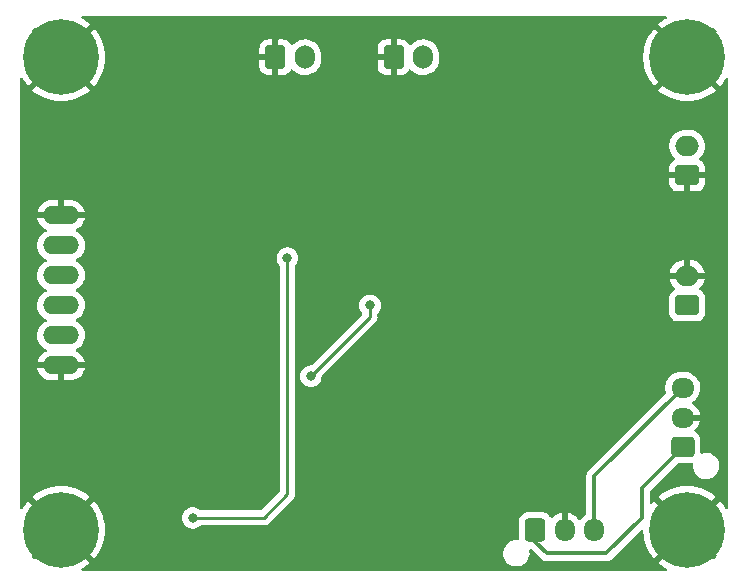
<source format=gbr>
%TF.GenerationSoftware,KiCad,Pcbnew,(6.0.7)*%
%TF.CreationDate,2023-02-14T14:27:57+01:00*%
%TF.ProjectId,WAFFLE,57414646-4c45-42e6-9b69-6361645f7063,rev?*%
%TF.SameCoordinates,Original*%
%TF.FileFunction,Copper,L2,Bot*%
%TF.FilePolarity,Positive*%
%FSLAX46Y46*%
G04 Gerber Fmt 4.6, Leading zero omitted, Abs format (unit mm)*
G04 Created by KiCad (PCBNEW (6.0.7)) date 2023-02-14 14:27:57*
%MOMM*%
%LPD*%
G01*
G04 APERTURE LIST*
G04 Aperture macros list*
%AMRoundRect*
0 Rectangle with rounded corners*
0 $1 Rounding radius*
0 $2 $3 $4 $5 $6 $7 $8 $9 X,Y pos of 4 corners*
0 Add a 4 corners polygon primitive as box body*
4,1,4,$2,$3,$4,$5,$6,$7,$8,$9,$2,$3,0*
0 Add four circle primitives for the rounded corners*
1,1,$1+$1,$2,$3*
1,1,$1+$1,$4,$5*
1,1,$1+$1,$6,$7*
1,1,$1+$1,$8,$9*
0 Add four rect primitives between the rounded corners*
20,1,$1+$1,$2,$3,$4,$5,0*
20,1,$1+$1,$4,$5,$6,$7,0*
20,1,$1+$1,$6,$7,$8,$9,0*
20,1,$1+$1,$8,$9,$2,$3,0*%
G04 Aperture macros list end*
%TA.AperFunction,ComponentPad*%
%ADD10RoundRect,0.250000X-0.600000X-0.725000X0.600000X-0.725000X0.600000X0.725000X-0.600000X0.725000X0*%
%TD*%
%TA.AperFunction,ComponentPad*%
%ADD11O,1.700000X1.950000*%
%TD*%
%TA.AperFunction,ComponentPad*%
%ADD12C,6.400000*%
%TD*%
%TA.AperFunction,ComponentPad*%
%ADD13C,0.800000*%
%TD*%
%TA.AperFunction,ComponentPad*%
%ADD14O,3.048000X1.524000*%
%TD*%
%TA.AperFunction,ComponentPad*%
%ADD15RoundRect,0.250000X0.750000X-0.600000X0.750000X0.600000X-0.750000X0.600000X-0.750000X-0.600000X0*%
%TD*%
%TA.AperFunction,ComponentPad*%
%ADD16O,2.000000X1.700000*%
%TD*%
%TA.AperFunction,ComponentPad*%
%ADD17RoundRect,0.250000X0.725000X-0.600000X0.725000X0.600000X-0.725000X0.600000X-0.725000X-0.600000X0*%
%TD*%
%TA.AperFunction,ComponentPad*%
%ADD18O,1.950000X1.700000*%
%TD*%
%TA.AperFunction,ComponentPad*%
%ADD19RoundRect,0.250000X-0.600000X-0.750000X0.600000X-0.750000X0.600000X0.750000X-0.600000X0.750000X0*%
%TD*%
%TA.AperFunction,ComponentPad*%
%ADD20O,1.700000X2.000000*%
%TD*%
%TA.AperFunction,ViaPad*%
%ADD21C,0.800000*%
%TD*%
%TA.AperFunction,Conductor*%
%ADD22C,0.250000*%
%TD*%
%TA.AperFunction,Conductor*%
%ADD23C,0.350000*%
%TD*%
G04 APERTURE END LIST*
D10*
%TO.P,J7,1,Pin_1*%
%TO.N,Net-(DMX1-Pad11)*%
X186000000Y-114000000D03*
D11*
%TO.P,J7,2,Pin_2*%
%TO.N,GND*%
X188500000Y-114000000D03*
%TO.P,J7,3,Pin_3*%
%TO.N,Net-(DMX1-Pad12)*%
X191000000Y-114000000D03*
%TD*%
D12*
%TO.P,H2,1,1*%
%TO.N,GND*%
X198850000Y-114000000D03*
D13*
X196450000Y-114000000D03*
X197152944Y-115697056D03*
X200547056Y-112302944D03*
X198850000Y-116400000D03*
X200547056Y-115697056D03*
X197152944Y-112302944D03*
X201250000Y-114000000D03*
X198850000Y-111600000D03*
%TD*%
%TO.P,H4,1,1*%
%TO.N,GND*%
X143450000Y-114000000D03*
X147547056Y-112302944D03*
X144152944Y-112302944D03*
X145850000Y-116400000D03*
X147547056Y-115697056D03*
X144152944Y-115697056D03*
D12*
X145850000Y-114000000D03*
D13*
X145850000Y-111600000D03*
X148250000Y-114000000D03*
%TD*%
D14*
%TO.P,LEDS1,1,1*%
%TO.N,GND*%
X145850000Y-87380000D03*
%TO.P,LEDS1,2,2*%
%TO.N,PWM_Leds_W*%
X145850000Y-89920000D03*
%TO.P,LEDS1,3,3*%
%TO.N,PWM_Leds_B*%
X145850000Y-92460000D03*
%TO.P,LEDS1,4,4*%
%TO.N,PWM_Leds_G*%
X145850000Y-95000000D03*
%TO.P,LEDS1,5,5*%
%TO.N,PWM_Leds_R*%
X145850000Y-97540000D03*
%TO.P,LEDS1,6,6*%
%TO.N,GND*%
X145850000Y-100080000D03*
%TD*%
D15*
%TO.P,ALIM1,1,Pin_1*%
%TO.N,+5V*%
X198850000Y-95000000D03*
D16*
%TO.P,ALIM1,2,Pin_2*%
%TO.N,GND*%
X198850000Y-92500000D03*
%TD*%
D17*
%TO.P,CONN_DMX1,1,Pin_1*%
%TO.N,Net-(DMX1-Pad11)*%
X198475000Y-107000000D03*
D18*
%TO.P,CONN_DMX1,2,Pin_2*%
%TO.N,GND*%
X198475000Y-104500000D03*
%TO.P,CONN_DMX1,3,Pin_3*%
%TO.N,Net-(DMX1-Pad12)*%
X198475000Y-102000000D03*
%TD*%
D19*
%TO.P,TEMP1,1,Pin_1*%
%TO.N,GND*%
X164000000Y-74000000D03*
D20*
%TO.P,TEMP1,2,Pin_2*%
%TO.N,ADC_Temp\u00E9rature_ventilo*%
X166500000Y-74000000D03*
%TD*%
D13*
%TO.P,H1,1,1*%
%TO.N,GND*%
X197152944Y-72302944D03*
X198850000Y-71600000D03*
X198850000Y-76400000D03*
D12*
X198850000Y-74000000D03*
D13*
X200547056Y-75697056D03*
X196450000Y-74000000D03*
X200547056Y-72302944D03*
X197152944Y-75697056D03*
X201250000Y-74000000D03*
%TD*%
D19*
%TO.P,DRIVER_Moteur1,1,Pin_1*%
%TO.N,GND*%
X174000000Y-74000000D03*
D20*
%TO.P,DRIVER_Moteur1,2,Pin_2*%
%TO.N,UART_Driver_moteur*%
X176500000Y-74000000D03*
%TD*%
D15*
%TO.P,VENTILO1,1,Pin_1*%
%TO.N,GND*%
X198850000Y-84000000D03*
D16*
%TO.P,VENTILO1,2,Pin_2*%
%TO.N,PWM_Ventilateur*%
X198850000Y-81500000D03*
%TD*%
D13*
%TO.P,H3,1,1*%
%TO.N,GND*%
X144152944Y-75697056D03*
X144152944Y-72302944D03*
X147547056Y-72302944D03*
X148250000Y-74000000D03*
X147547056Y-75697056D03*
D12*
X145850000Y-74000000D03*
D13*
X145850000Y-71600000D03*
X145850000Y-76400000D03*
X143450000Y-74000000D03*
%TD*%
D21*
%TO.N,NRST*%
X167000000Y-101000000D03*
X172000000Y-95000000D03*
%TO.N,+3.3V*%
X157000000Y-113000000D03*
X165000000Y-91000000D03*
%TD*%
D22*
%TO.N,NRST*%
X167000000Y-101000000D02*
X172000000Y-96000000D01*
X172000000Y-96000000D02*
X172000000Y-95000000D01*
%TO.N,+3.3V*%
X165000000Y-111000000D02*
X163000000Y-113000000D01*
X165000000Y-91000000D02*
X165000000Y-111000000D01*
X163000000Y-113000000D02*
X157000000Y-113000000D01*
D23*
%TO.N,Net-(DMX1-Pad12)*%
X191000000Y-114000000D02*
X191000000Y-109475000D01*
X191000000Y-109475000D02*
X198475000Y-102000000D01*
%TO.N,Net-(DMX1-Pad11)*%
X187000000Y-116000000D02*
X192000000Y-116000000D01*
D22*
X186000000Y-114000000D02*
X186000000Y-115000000D01*
D23*
X186000000Y-115000000D02*
X187000000Y-116000000D01*
X192000000Y-116000000D02*
X195000000Y-113000000D01*
X195000000Y-110475000D02*
X198475000Y-107000000D01*
X195000000Y-113000000D02*
X195000000Y-110475000D01*
%TD*%
%TA.AperFunction,Conductor*%
%TO.N,GND*%
G36*
X197078176Y-70528502D02*
G01*
X197124669Y-70582158D01*
X197134773Y-70652432D01*
X197105279Y-70717012D01*
X197067258Y-70746767D01*
X196996397Y-70782872D01*
X196990687Y-70786169D01*
X196670265Y-70994253D01*
X196664939Y-70998123D01*
X196426165Y-71191478D01*
X196417700Y-71203733D01*
X196424034Y-71214824D01*
X201634310Y-76425100D01*
X201647386Y-76432241D01*
X201657753Y-76424784D01*
X201851877Y-76185061D01*
X201855747Y-76179735D01*
X202063831Y-75859313D01*
X202067128Y-75853603D01*
X202103233Y-75782742D01*
X202151981Y-75731127D01*
X202220896Y-75714061D01*
X202288098Y-75736962D01*
X202332250Y-75792559D01*
X202341500Y-75839945D01*
X202341500Y-112160055D01*
X202321498Y-112228176D01*
X202267842Y-112274669D01*
X202197568Y-112284773D01*
X202132988Y-112255279D01*
X202103233Y-112217258D01*
X202067128Y-112146397D01*
X202063831Y-112140687D01*
X201855747Y-111820265D01*
X201851877Y-111814939D01*
X201658522Y-111576165D01*
X201646267Y-111567700D01*
X201635176Y-111574034D01*
X196424900Y-116784310D01*
X196417759Y-116797386D01*
X196425216Y-116807753D01*
X196664935Y-117001874D01*
X196670272Y-117005751D01*
X196990685Y-117213830D01*
X196996394Y-117217126D01*
X197067257Y-117253233D01*
X197118872Y-117301981D01*
X197135938Y-117370896D01*
X197113037Y-117438098D01*
X197057440Y-117482250D01*
X197010054Y-117491500D01*
X147689946Y-117491500D01*
X147621825Y-117471498D01*
X147575332Y-117417842D01*
X147565228Y-117347568D01*
X147594722Y-117282988D01*
X147632743Y-117253233D01*
X147703606Y-117217126D01*
X147709315Y-117213830D01*
X148029728Y-117005751D01*
X148035065Y-117001874D01*
X148273835Y-116808522D01*
X148282300Y-116796267D01*
X148275966Y-116785176D01*
X145491922Y-114001132D01*
X146214408Y-114001132D01*
X146214539Y-114002965D01*
X146218790Y-114009580D01*
X148634310Y-116425100D01*
X148647386Y-116432241D01*
X148657753Y-116424784D01*
X148851877Y-116185061D01*
X148855747Y-116179735D01*
X149007793Y-115945604D01*
X183287787Y-115945604D01*
X183297567Y-116156899D01*
X183347125Y-116362534D01*
X183349607Y-116367992D01*
X183349608Y-116367996D01*
X183395415Y-116468742D01*
X183434674Y-116555087D01*
X183557054Y-116727611D01*
X183709850Y-116873881D01*
X183887548Y-116988620D01*
X183893114Y-116990863D01*
X184078168Y-117065442D01*
X184078171Y-117065443D01*
X184083737Y-117067686D01*
X184291337Y-117108228D01*
X184296899Y-117108500D01*
X184452846Y-117108500D01*
X184610566Y-117093452D01*
X184813534Y-117033908D01*
X184818862Y-117031164D01*
X184996249Y-116939804D01*
X184996252Y-116939802D01*
X185001580Y-116937058D01*
X185167920Y-116806396D01*
X185171852Y-116801865D01*
X185171855Y-116801862D01*
X185302621Y-116651167D01*
X185306552Y-116646637D01*
X185309552Y-116641451D01*
X185309555Y-116641447D01*
X185409467Y-116468742D01*
X185412473Y-116463546D01*
X185481861Y-116263729D01*
X185488989Y-116214571D01*
X185511352Y-116060336D01*
X185511352Y-116060333D01*
X185512213Y-116054396D01*
X185502433Y-115843101D01*
X185488510Y-115785329D01*
X185491995Y-115714418D01*
X185533265Y-115656648D01*
X185599215Y-115630361D01*
X185668909Y-115643902D01*
X185700098Y-115666713D01*
X186496844Y-116463459D01*
X186502698Y-116469724D01*
X186539290Y-116511670D01*
X186589652Y-116547066D01*
X186594912Y-116550972D01*
X186643329Y-116588935D01*
X186650254Y-116592062D01*
X186654582Y-116594683D01*
X186663983Y-116600046D01*
X186668425Y-116602428D01*
X186674639Y-116606795D01*
X186681714Y-116609554D01*
X186681717Y-116609555D01*
X186731956Y-116629142D01*
X186738037Y-116631698D01*
X186741098Y-116633080D01*
X186794105Y-116657014D01*
X186801577Y-116658399D01*
X186806378Y-116659903D01*
X186816818Y-116662878D01*
X186821698Y-116664131D01*
X186828772Y-116666889D01*
X186836303Y-116667881D01*
X186836305Y-116667881D01*
X186889777Y-116674921D01*
X186896290Y-116675953D01*
X186949299Y-116685777D01*
X186949301Y-116685777D01*
X186956768Y-116687161D01*
X186964349Y-116686724D01*
X186964350Y-116686724D01*
X187016643Y-116683709D01*
X187023895Y-116683500D01*
X191971955Y-116683500D01*
X191980524Y-116683792D01*
X192028458Y-116687060D01*
X192028462Y-116687060D01*
X192036034Y-116687576D01*
X192043511Y-116686271D01*
X192043514Y-116686271D01*
X192096647Y-116676998D01*
X192103171Y-116676035D01*
X192156691Y-116669558D01*
X192164235Y-116668645D01*
X192171345Y-116665958D01*
X192176248Y-116664754D01*
X192186734Y-116661886D01*
X192191526Y-116660439D01*
X192199004Y-116659134D01*
X192210953Y-116653889D01*
X192255341Y-116634405D01*
X192261446Y-116631914D01*
X192311882Y-116612855D01*
X192311885Y-116612853D01*
X192318989Y-116610169D01*
X192325246Y-116605869D01*
X192329714Y-116603533D01*
X192339160Y-116598275D01*
X192343526Y-116595693D01*
X192350485Y-116592638D01*
X192399304Y-116555177D01*
X192404623Y-116551314D01*
X192449065Y-116520769D01*
X192455326Y-116516466D01*
X192495233Y-116471676D01*
X192500213Y-116466402D01*
X194928320Y-114038295D01*
X194990632Y-114004269D01*
X195061447Y-114009334D01*
X195118283Y-114051881D01*
X195143242Y-114120796D01*
X195157080Y-114384833D01*
X195157766Y-114391371D01*
X195217535Y-114768734D01*
X195218906Y-114775184D01*
X195317788Y-115144216D01*
X195319829Y-115150498D01*
X195456740Y-115507164D01*
X195459422Y-115513189D01*
X195632872Y-115853603D01*
X195636169Y-115859313D01*
X195844253Y-116179735D01*
X195848123Y-116185061D01*
X196041478Y-116423835D01*
X196053733Y-116432300D01*
X196064824Y-116425966D01*
X198477978Y-114012812D01*
X198485592Y-113998868D01*
X198485461Y-113997035D01*
X198481210Y-113990420D01*
X196065690Y-111574900D01*
X196052614Y-111567759D01*
X196042247Y-111575216D01*
X195907420Y-111741713D01*
X195849006Y-111782065D01*
X195778049Y-111784430D01*
X195717077Y-111748057D01*
X195685449Y-111684494D01*
X195683500Y-111662418D01*
X195683500Y-111203733D01*
X196417700Y-111203733D01*
X196424034Y-111214824D01*
X198837188Y-113627978D01*
X198851132Y-113635592D01*
X198852965Y-113635461D01*
X198859580Y-113631210D01*
X201275100Y-111215690D01*
X201282241Y-111202614D01*
X201274784Y-111192247D01*
X201035065Y-110998126D01*
X201029728Y-110994249D01*
X200709315Y-110786170D01*
X200703606Y-110782873D01*
X200363189Y-110609422D01*
X200357164Y-110606740D01*
X200000498Y-110469829D01*
X199994216Y-110467788D01*
X199625184Y-110368906D01*
X199618734Y-110367535D01*
X199241371Y-110307766D01*
X199234833Y-110307080D01*
X198853301Y-110287084D01*
X198846699Y-110287084D01*
X198465167Y-110307080D01*
X198458629Y-110307766D01*
X198081266Y-110367535D01*
X198074816Y-110368906D01*
X197705784Y-110467788D01*
X197699502Y-110469829D01*
X197342836Y-110606740D01*
X197336811Y-110609422D01*
X196996397Y-110782872D01*
X196990687Y-110786169D01*
X196670265Y-110994253D01*
X196664939Y-110998123D01*
X196426165Y-111191478D01*
X196417700Y-111203733D01*
X195683500Y-111203733D01*
X195683500Y-110810305D01*
X195703502Y-110742184D01*
X195720405Y-110721210D01*
X198046210Y-108395405D01*
X198108522Y-108361379D01*
X198135305Y-108358500D01*
X199244329Y-108358500D01*
X199312450Y-108378502D01*
X199358943Y-108432158D01*
X199369025Y-108502580D01*
X199362787Y-108545604D01*
X199372567Y-108756899D01*
X199422125Y-108962534D01*
X199424607Y-108967992D01*
X199424608Y-108967996D01*
X199468053Y-109063546D01*
X199509674Y-109155087D01*
X199632054Y-109327611D01*
X199784850Y-109473881D01*
X199962548Y-109588620D01*
X199968114Y-109590863D01*
X200153168Y-109665442D01*
X200153171Y-109665443D01*
X200158737Y-109667686D01*
X200366337Y-109708228D01*
X200371899Y-109708500D01*
X200527846Y-109708500D01*
X200685566Y-109693452D01*
X200888534Y-109633908D01*
X200972111Y-109590863D01*
X201071249Y-109539804D01*
X201071252Y-109539802D01*
X201076580Y-109537058D01*
X201242920Y-109406396D01*
X201246852Y-109401865D01*
X201246855Y-109401862D01*
X201377621Y-109251167D01*
X201381552Y-109246637D01*
X201384552Y-109241451D01*
X201384555Y-109241447D01*
X201484467Y-109068742D01*
X201487473Y-109063546D01*
X201556861Y-108863729D01*
X201587213Y-108654396D01*
X201577433Y-108443101D01*
X201527875Y-108237466D01*
X201440326Y-108044913D01*
X201317946Y-107872389D01*
X201165150Y-107726119D01*
X200987452Y-107611380D01*
X200927354Y-107587160D01*
X200796832Y-107534558D01*
X200796829Y-107534557D01*
X200791263Y-107532314D01*
X200583663Y-107491772D01*
X200578101Y-107491500D01*
X200422154Y-107491500D01*
X200264434Y-107506548D01*
X200258678Y-107508237D01*
X200258676Y-107508237D01*
X200119969Y-107548929D01*
X200048973Y-107548912D01*
X199989256Y-107510514D01*
X199959778Y-107445926D01*
X199958500Y-107428024D01*
X199958500Y-106349600D01*
X199947526Y-106243834D01*
X199891550Y-106076054D01*
X199798478Y-105925652D01*
X199673303Y-105800695D01*
X199527220Y-105710647D01*
X199479727Y-105657876D01*
X199468303Y-105587804D01*
X199496577Y-105522680D01*
X199506364Y-105512218D01*
X199616906Y-105406766D01*
X199623941Y-105398814D01*
X199755141Y-105222475D01*
X199760745Y-105213438D01*
X199860357Y-105017516D01*
X199864357Y-105007665D01*
X199929534Y-104797760D01*
X199931817Y-104787376D01*
X199933861Y-104771957D01*
X199931665Y-104757793D01*
X199918478Y-104754000D01*
X198347000Y-104754000D01*
X198278879Y-104733998D01*
X198232386Y-104680342D01*
X198221000Y-104628000D01*
X198221000Y-104372000D01*
X198241002Y-104303879D01*
X198294658Y-104257386D01*
X198347000Y-104246000D01*
X199916192Y-104246000D01*
X199929723Y-104242027D01*
X199931248Y-104231420D01*
X199906523Y-104113579D01*
X199903463Y-104103383D01*
X199822737Y-103898971D01*
X199818006Y-103889439D01*
X199703984Y-103701538D01*
X199697720Y-103692948D01*
X199553673Y-103526948D01*
X199546042Y-103519528D01*
X199376089Y-103380174D01*
X199367326Y-103374152D01*
X199340289Y-103358762D01*
X199290982Y-103307680D01*
X199277120Y-103238049D01*
X199303103Y-103171978D01*
X199332253Y-103144739D01*
X199385532Y-103108869D01*
X199454319Y-103062559D01*
X199621135Y-102903424D01*
X199758754Y-102718458D01*
X199863240Y-102512949D01*
X199931607Y-102292773D01*
X199961898Y-102064226D01*
X199953249Y-101833842D01*
X199905907Y-101608209D01*
X199821224Y-101393779D01*
X199794595Y-101349895D01*
X199704390Y-101201243D01*
X199701623Y-101196683D01*
X199614755Y-101096576D01*
X199554023Y-101026588D01*
X199554021Y-101026586D01*
X199550523Y-101022555D01*
X199473073Y-100959050D01*
X199376373Y-100879760D01*
X199376367Y-100879756D01*
X199372245Y-100876376D01*
X199367609Y-100873737D01*
X199367606Y-100873735D01*
X199176529Y-100764968D01*
X199171886Y-100762325D01*
X198955175Y-100683663D01*
X198949926Y-100682714D01*
X198949923Y-100682713D01*
X198732392Y-100643377D01*
X198732385Y-100643376D01*
X198728308Y-100642639D01*
X198710586Y-100641803D01*
X198705644Y-100641570D01*
X198705637Y-100641570D01*
X198704156Y-100641500D01*
X198292110Y-100641500D01*
X198225191Y-100647178D01*
X198125591Y-100655629D01*
X198125587Y-100655630D01*
X198120280Y-100656080D01*
X198115125Y-100657418D01*
X198115119Y-100657419D01*
X197902297Y-100712657D01*
X197902293Y-100712658D01*
X197897128Y-100713999D01*
X197892262Y-100716191D01*
X197892259Y-100716192D01*
X197783980Y-100764968D01*
X197686925Y-100808688D01*
X197495681Y-100937441D01*
X197491824Y-100941120D01*
X197491822Y-100941122D01*
X197473029Y-100959050D01*
X197328865Y-101096576D01*
X197191246Y-101281542D01*
X197188830Y-101286293D01*
X197188828Y-101286297D01*
X197156440Y-101350000D01*
X197086760Y-101487051D01*
X197085178Y-101492145D01*
X197085177Y-101492148D01*
X197028724Y-101673955D01*
X197018393Y-101707227D01*
X197017692Y-101712516D01*
X196991717Y-101908500D01*
X196988102Y-101935774D01*
X196996751Y-102166158D01*
X197022208Y-102287484D01*
X197042663Y-102384974D01*
X197037076Y-102455750D01*
X197008443Y-102499943D01*
X193711531Y-105796854D01*
X190536541Y-108971844D01*
X190530276Y-108977698D01*
X190488330Y-109014290D01*
X190452934Y-109064655D01*
X190449022Y-109069920D01*
X190411065Y-109118328D01*
X190407939Y-109125252D01*
X190405329Y-109129561D01*
X190399958Y-109138976D01*
X190397573Y-109143424D01*
X190393205Y-109149639D01*
X190390446Y-109156716D01*
X190370858Y-109206957D01*
X190368306Y-109213029D01*
X190342986Y-109269105D01*
X190341600Y-109276582D01*
X190340090Y-109281402D01*
X190337118Y-109291835D01*
X190335870Y-109296696D01*
X190333111Y-109303772D01*
X190325180Y-109364019D01*
X190325082Y-109364762D01*
X190324050Y-109371278D01*
X190312839Y-109431767D01*
X190313276Y-109439347D01*
X190313276Y-109439348D01*
X190316291Y-109491642D01*
X190316500Y-109498894D01*
X190316500Y-112629745D01*
X190296498Y-112697866D01*
X190255865Y-112737464D01*
X190201248Y-112770606D01*
X190201241Y-112770611D01*
X190196683Y-112773377D01*
X190192653Y-112776874D01*
X190099484Y-112857722D01*
X190022555Y-112924477D01*
X190004881Y-112946032D01*
X189879760Y-113098627D01*
X189879756Y-113098633D01*
X189876376Y-113102755D01*
X189873733Y-113107398D01*
X189858171Y-113134735D01*
X189807088Y-113184041D01*
X189737458Y-113197902D01*
X189671387Y-113171918D01*
X189644149Y-113142768D01*
X189565148Y-113025422D01*
X189558481Y-113017130D01*
X189406772Y-112858100D01*
X189398814Y-112851059D01*
X189222475Y-112719859D01*
X189213438Y-112714255D01*
X189017516Y-112614643D01*
X189007665Y-112610643D01*
X188797760Y-112545466D01*
X188787376Y-112543183D01*
X188771957Y-112541139D01*
X188757793Y-112543335D01*
X188754000Y-112556522D01*
X188754000Y-114128000D01*
X188733998Y-114196121D01*
X188680342Y-114242614D01*
X188628000Y-114254000D01*
X188372000Y-114254000D01*
X188303879Y-114233998D01*
X188257386Y-114180342D01*
X188246000Y-114128000D01*
X188246000Y-112558808D01*
X188242027Y-112545277D01*
X188231420Y-112543752D01*
X188113579Y-112568477D01*
X188103383Y-112571537D01*
X187898971Y-112652263D01*
X187889439Y-112656994D01*
X187701538Y-112771016D01*
X187692948Y-112777280D01*
X187526948Y-112921327D01*
X187519530Y-112928956D01*
X187493609Y-112960569D01*
X187434949Y-113000564D01*
X187363979Y-113002496D01*
X187303230Y-112965752D01*
X187289030Y-112946982D01*
X187275104Y-112924477D01*
X187198478Y-112800652D01*
X187073303Y-112675695D01*
X187042965Y-112656994D01*
X186928968Y-112586725D01*
X186928966Y-112586724D01*
X186922738Y-112582885D01*
X186803498Y-112543335D01*
X186761389Y-112529368D01*
X186761387Y-112529368D01*
X186754861Y-112527203D01*
X186748025Y-112526503D01*
X186748022Y-112526502D01*
X186704969Y-112522091D01*
X186650400Y-112516500D01*
X185349600Y-112516500D01*
X185346354Y-112516837D01*
X185346350Y-112516837D01*
X185250692Y-112526762D01*
X185250688Y-112526763D01*
X185243834Y-112527474D01*
X185237298Y-112529655D01*
X185237296Y-112529655D01*
X185105194Y-112573728D01*
X185076054Y-112583450D01*
X184925652Y-112676522D01*
X184800695Y-112801697D01*
X184796855Y-112807927D01*
X184796854Y-112807928D01*
X184722466Y-112928608D01*
X184707885Y-112952262D01*
X184705581Y-112959209D01*
X184656574Y-113106962D01*
X184652203Y-113120139D01*
X184651503Y-113126975D01*
X184651502Y-113126978D01*
X184649884Y-113142768D01*
X184641500Y-113224600D01*
X184641500Y-114766005D01*
X184621498Y-114834126D01*
X184567842Y-114880619D01*
X184508761Y-114889774D01*
X184508663Y-114891772D01*
X184504643Y-114891575D01*
X184504626Y-114891575D01*
X184503101Y-114891500D01*
X184347154Y-114891500D01*
X184189434Y-114906548D01*
X183986466Y-114966092D01*
X183981139Y-114968836D01*
X183981138Y-114968836D01*
X183803751Y-115060196D01*
X183803748Y-115060198D01*
X183798420Y-115062942D01*
X183632080Y-115193604D01*
X183628148Y-115198135D01*
X183628145Y-115198138D01*
X183545725Y-115293119D01*
X183493448Y-115353363D01*
X183490448Y-115358549D01*
X183490445Y-115358553D01*
X183418162Y-115483500D01*
X183387527Y-115536454D01*
X183318139Y-115736271D01*
X183317278Y-115742206D01*
X183317278Y-115742208D01*
X183300299Y-115859313D01*
X183287787Y-115945604D01*
X149007793Y-115945604D01*
X149063831Y-115859313D01*
X149067128Y-115853603D01*
X149240578Y-115513189D01*
X149243260Y-115507164D01*
X149380171Y-115150498D01*
X149382212Y-115144216D01*
X149481094Y-114775184D01*
X149482465Y-114768734D01*
X149542234Y-114391371D01*
X149542920Y-114384833D01*
X149562916Y-114003301D01*
X149562916Y-113996699D01*
X149542920Y-113615167D01*
X149542234Y-113608629D01*
X149482465Y-113231266D01*
X149481094Y-113224816D01*
X149420855Y-113000000D01*
X156086496Y-113000000D01*
X156087186Y-113006565D01*
X156104493Y-113171228D01*
X156106458Y-113189928D01*
X156165473Y-113371556D01*
X156260960Y-113536944D01*
X156265378Y-113541851D01*
X156265379Y-113541852D01*
X156347452Y-113633003D01*
X156388747Y-113678866D01*
X156543248Y-113791118D01*
X156549276Y-113793802D01*
X156549278Y-113793803D01*
X156711681Y-113866109D01*
X156717712Y-113868794D01*
X156811112Y-113888647D01*
X156898056Y-113907128D01*
X156898061Y-113907128D01*
X156904513Y-113908500D01*
X157095487Y-113908500D01*
X157101939Y-113907128D01*
X157101944Y-113907128D01*
X157188888Y-113888647D01*
X157282288Y-113868794D01*
X157288319Y-113866109D01*
X157450722Y-113793803D01*
X157450724Y-113793802D01*
X157456752Y-113791118D01*
X157611253Y-113678866D01*
X157615668Y-113673963D01*
X157620580Y-113669540D01*
X157621705Y-113670789D01*
X157675014Y-113637949D01*
X157708200Y-113633500D01*
X162921233Y-113633500D01*
X162932416Y-113634027D01*
X162939909Y-113635702D01*
X162947835Y-113635453D01*
X162947836Y-113635453D01*
X163007986Y-113633562D01*
X163011945Y-113633500D01*
X163039856Y-113633500D01*
X163043791Y-113633003D01*
X163043856Y-113632995D01*
X163055693Y-113632062D01*
X163087951Y-113631048D01*
X163091970Y-113630922D01*
X163099889Y-113630673D01*
X163119343Y-113625021D01*
X163138700Y-113621013D01*
X163150930Y-113619468D01*
X163150931Y-113619468D01*
X163158797Y-113618474D01*
X163166168Y-113615555D01*
X163166170Y-113615555D01*
X163199912Y-113602196D01*
X163211142Y-113598351D01*
X163245983Y-113588229D01*
X163245984Y-113588229D01*
X163253593Y-113586018D01*
X163260412Y-113581985D01*
X163260417Y-113581983D01*
X163271028Y-113575707D01*
X163288776Y-113567012D01*
X163307617Y-113559552D01*
X163343387Y-113533564D01*
X163353307Y-113527048D01*
X163384535Y-113508580D01*
X163384538Y-113508578D01*
X163391362Y-113504542D01*
X163405683Y-113490221D01*
X163420717Y-113477380D01*
X163430694Y-113470131D01*
X163437107Y-113465472D01*
X163465298Y-113431395D01*
X163473288Y-113422616D01*
X165392253Y-111503652D01*
X165400539Y-111496112D01*
X165407018Y-111492000D01*
X165453644Y-111442348D01*
X165456398Y-111439507D01*
X165476135Y-111419770D01*
X165478615Y-111416573D01*
X165486320Y-111407551D01*
X165511159Y-111381100D01*
X165516586Y-111375321D01*
X165520405Y-111368375D01*
X165520407Y-111368372D01*
X165526348Y-111357566D01*
X165537199Y-111341047D01*
X165544758Y-111331301D01*
X165549614Y-111325041D01*
X165552759Y-111317772D01*
X165552762Y-111317768D01*
X165567174Y-111284463D01*
X165572391Y-111273813D01*
X165593695Y-111235060D01*
X165598733Y-111215437D01*
X165605137Y-111196734D01*
X165610033Y-111185420D01*
X165610033Y-111185419D01*
X165613181Y-111178145D01*
X165614420Y-111170322D01*
X165614423Y-111170312D01*
X165620099Y-111134476D01*
X165622505Y-111122856D01*
X165631528Y-111087711D01*
X165631528Y-111087710D01*
X165633500Y-111080030D01*
X165633500Y-111059776D01*
X165635051Y-111040065D01*
X165636980Y-111027886D01*
X165638220Y-111020057D01*
X165634059Y-110976038D01*
X165633500Y-110964181D01*
X165633500Y-101000000D01*
X166086496Y-101000000D01*
X166106458Y-101189928D01*
X166165473Y-101371556D01*
X166168776Y-101377278D01*
X166168777Y-101377279D01*
X166178303Y-101393779D01*
X166260960Y-101536944D01*
X166388747Y-101678866D01*
X166543248Y-101791118D01*
X166549276Y-101793802D01*
X166549278Y-101793803D01*
X166711681Y-101866109D01*
X166717712Y-101868794D01*
X166811112Y-101888647D01*
X166898056Y-101907128D01*
X166898061Y-101907128D01*
X166904513Y-101908500D01*
X167095487Y-101908500D01*
X167101939Y-101907128D01*
X167101944Y-101907128D01*
X167188888Y-101888647D01*
X167282288Y-101868794D01*
X167288319Y-101866109D01*
X167450722Y-101793803D01*
X167450724Y-101793802D01*
X167456752Y-101791118D01*
X167611253Y-101678866D01*
X167739040Y-101536944D01*
X167821697Y-101393779D01*
X167831223Y-101377279D01*
X167831224Y-101377278D01*
X167834527Y-101371556D01*
X167893542Y-101189928D01*
X167910907Y-101024706D01*
X167937920Y-100959050D01*
X167947122Y-100948782D01*
X170157789Y-98738116D01*
X172392253Y-96503652D01*
X172400539Y-96496112D01*
X172407018Y-96492000D01*
X172453644Y-96442348D01*
X172456398Y-96439507D01*
X172476135Y-96419770D01*
X172478615Y-96416573D01*
X172486320Y-96407551D01*
X172511159Y-96381100D01*
X172516586Y-96375321D01*
X172520405Y-96368375D01*
X172520407Y-96368372D01*
X172526348Y-96357566D01*
X172537199Y-96341047D01*
X172544758Y-96331301D01*
X172549614Y-96325041D01*
X172552759Y-96317772D01*
X172552762Y-96317768D01*
X172567174Y-96284463D01*
X172572391Y-96273813D01*
X172593695Y-96235060D01*
X172598733Y-96215437D01*
X172605137Y-96196734D01*
X172610033Y-96185420D01*
X172610033Y-96185419D01*
X172613181Y-96178145D01*
X172614420Y-96170322D01*
X172614423Y-96170312D01*
X172620099Y-96134476D01*
X172622505Y-96122856D01*
X172631528Y-96087711D01*
X172631528Y-96087710D01*
X172633500Y-96080030D01*
X172633500Y-96059776D01*
X172635051Y-96040065D01*
X172636980Y-96027886D01*
X172638220Y-96020057D01*
X172634059Y-95976038D01*
X172633500Y-95964181D01*
X172633500Y-95702524D01*
X172648805Y-95650400D01*
X197341500Y-95650400D01*
X197352474Y-95756166D01*
X197354655Y-95762702D01*
X197354655Y-95762704D01*
X197386783Y-95859002D01*
X197408450Y-95923946D01*
X197501522Y-96074348D01*
X197626697Y-96199305D01*
X197632927Y-96203145D01*
X197632928Y-96203146D01*
X197770090Y-96287694D01*
X197777262Y-96292115D01*
X197854604Y-96317768D01*
X197938611Y-96345632D01*
X197938613Y-96345632D01*
X197945139Y-96347797D01*
X197951975Y-96348497D01*
X197951978Y-96348498D01*
X197995031Y-96352909D01*
X198049600Y-96358500D01*
X199650400Y-96358500D01*
X199653646Y-96358163D01*
X199653650Y-96358163D01*
X199749308Y-96348238D01*
X199749312Y-96348237D01*
X199756166Y-96347526D01*
X199762702Y-96345345D01*
X199762704Y-96345345D01*
X199894806Y-96301272D01*
X199923946Y-96291550D01*
X200074348Y-96198478D01*
X200199305Y-96073303D01*
X200227301Y-96027886D01*
X200288275Y-95928968D01*
X200288276Y-95928966D01*
X200292115Y-95922738D01*
X200333446Y-95798129D01*
X200345632Y-95761389D01*
X200345632Y-95761387D01*
X200347797Y-95754861D01*
X200358500Y-95650400D01*
X200358500Y-94349600D01*
X200355581Y-94321464D01*
X200348238Y-94250692D01*
X200348237Y-94250688D01*
X200347526Y-94243834D01*
X200330630Y-94193189D01*
X200293868Y-94083002D01*
X200291550Y-94076054D01*
X200198478Y-93925652D01*
X200073303Y-93800695D01*
X199927220Y-93710647D01*
X199879727Y-93657876D01*
X199868303Y-93587804D01*
X199896577Y-93522680D01*
X199906364Y-93512218D01*
X200016906Y-93406766D01*
X200023941Y-93398814D01*
X200155141Y-93222475D01*
X200160745Y-93213438D01*
X200260357Y-93017516D01*
X200264357Y-93007665D01*
X200329534Y-92797760D01*
X200331817Y-92787376D01*
X200333861Y-92771957D01*
X200331665Y-92757793D01*
X200318478Y-92754000D01*
X197383808Y-92754000D01*
X197370277Y-92757973D01*
X197368752Y-92768580D01*
X197393477Y-92886421D01*
X197396537Y-92896617D01*
X197477263Y-93101029D01*
X197481994Y-93110561D01*
X197596016Y-93298462D01*
X197602280Y-93307052D01*
X197746327Y-93473052D01*
X197753956Y-93480470D01*
X197785569Y-93506391D01*
X197825564Y-93565051D01*
X197827496Y-93636021D01*
X197790752Y-93696770D01*
X197771983Y-93710969D01*
X197625652Y-93801522D01*
X197500695Y-93926697D01*
X197496855Y-93932927D01*
X197496854Y-93932928D01*
X197431852Y-94038381D01*
X197407885Y-94077262D01*
X197390448Y-94129834D01*
X197362942Y-94212763D01*
X197352203Y-94245139D01*
X197341500Y-94349600D01*
X197341500Y-95650400D01*
X172648805Y-95650400D01*
X172653502Y-95634403D01*
X172665858Y-95618221D01*
X172739040Y-95536944D01*
X172834527Y-95371556D01*
X172893542Y-95189928D01*
X172894508Y-95180743D01*
X172912814Y-95006565D01*
X172913504Y-95000000D01*
X172909293Y-94959931D01*
X172894232Y-94816635D01*
X172894232Y-94816633D01*
X172893542Y-94810072D01*
X172834527Y-94628444D01*
X172739040Y-94463056D01*
X172639781Y-94352817D01*
X172615675Y-94326045D01*
X172615674Y-94326044D01*
X172611253Y-94321134D01*
X172456752Y-94208882D01*
X172450724Y-94206198D01*
X172450722Y-94206197D01*
X172288319Y-94133891D01*
X172288318Y-94133891D01*
X172282288Y-94131206D01*
X172188887Y-94111353D01*
X172101944Y-94092872D01*
X172101939Y-94092872D01*
X172095487Y-94091500D01*
X171904513Y-94091500D01*
X171898061Y-94092872D01*
X171898056Y-94092872D01*
X171811112Y-94111353D01*
X171717712Y-94131206D01*
X171711682Y-94133891D01*
X171711681Y-94133891D01*
X171549278Y-94206197D01*
X171549276Y-94206198D01*
X171543248Y-94208882D01*
X171388747Y-94321134D01*
X171384326Y-94326044D01*
X171384325Y-94326045D01*
X171360220Y-94352817D01*
X171260960Y-94463056D01*
X171165473Y-94628444D01*
X171106458Y-94810072D01*
X171105768Y-94816633D01*
X171105768Y-94816635D01*
X171090707Y-94959931D01*
X171086496Y-95000000D01*
X171087186Y-95006565D01*
X171105493Y-95180743D01*
X171106458Y-95189928D01*
X171165473Y-95371556D01*
X171260960Y-95536944D01*
X171265375Y-95541847D01*
X171326026Y-95609207D01*
X171356743Y-95673215D01*
X171347978Y-95743668D01*
X171321484Y-95782612D01*
X167049500Y-100054595D01*
X166987188Y-100088621D01*
X166960405Y-100091500D01*
X166904513Y-100091500D01*
X166898061Y-100092872D01*
X166898056Y-100092872D01*
X166811113Y-100111353D01*
X166717712Y-100131206D01*
X166711682Y-100133891D01*
X166711681Y-100133891D01*
X166549278Y-100206197D01*
X166549276Y-100206198D01*
X166543248Y-100208882D01*
X166388747Y-100321134D01*
X166384326Y-100326044D01*
X166384325Y-100326045D01*
X166360852Y-100352115D01*
X166260960Y-100463056D01*
X166165473Y-100628444D01*
X166106458Y-100810072D01*
X166105768Y-100816633D01*
X166105768Y-100816635D01*
X166098425Y-100886500D01*
X166086496Y-101000000D01*
X165633500Y-101000000D01*
X165633500Y-92228043D01*
X197366139Y-92228043D01*
X197368335Y-92242207D01*
X197381522Y-92246000D01*
X198577885Y-92246000D01*
X198593124Y-92241525D01*
X198594329Y-92240135D01*
X198596000Y-92232452D01*
X198596000Y-92227885D01*
X199104000Y-92227885D01*
X199108475Y-92243124D01*
X199109865Y-92244329D01*
X199117548Y-92246000D01*
X200316192Y-92246000D01*
X200329723Y-92242027D01*
X200331248Y-92231420D01*
X200306523Y-92113579D01*
X200303463Y-92103383D01*
X200222737Y-91898971D01*
X200218006Y-91889439D01*
X200103984Y-91701538D01*
X200097720Y-91692948D01*
X199953673Y-91526948D01*
X199946042Y-91519528D01*
X199776089Y-91380174D01*
X199767322Y-91374150D01*
X199576318Y-91265424D01*
X199566654Y-91260959D01*
X199360059Y-91185969D01*
X199349792Y-91183198D01*
X199132345Y-91143877D01*
X199124116Y-91142944D01*
X199119624Y-91142732D01*
X199106876Y-91146475D01*
X199105671Y-91147865D01*
X199104000Y-91155548D01*
X199104000Y-92227885D01*
X198596000Y-92227885D01*
X198596000Y-91164030D01*
X198591690Y-91149352D01*
X198579807Y-91147289D01*
X198475675Y-91156124D01*
X198465203Y-91157914D01*
X198252465Y-91213130D01*
X198242425Y-91216665D01*
X198042030Y-91306937D01*
X198032744Y-91312106D01*
X197850425Y-91434850D01*
X197842130Y-91441519D01*
X197683100Y-91593228D01*
X197676059Y-91601186D01*
X197544859Y-91777525D01*
X197539255Y-91786562D01*
X197439643Y-91982484D01*
X197435643Y-91992335D01*
X197370466Y-92202240D01*
X197368183Y-92212624D01*
X197366139Y-92228043D01*
X165633500Y-92228043D01*
X165633500Y-91702524D01*
X165653502Y-91634403D01*
X165665858Y-91618221D01*
X165739040Y-91536944D01*
X165797984Y-91434850D01*
X165831223Y-91377279D01*
X165831224Y-91377278D01*
X165834527Y-91371556D01*
X165893542Y-91189928D01*
X165894250Y-91183198D01*
X165912814Y-91006565D01*
X165913504Y-91000000D01*
X165893542Y-90810072D01*
X165834527Y-90628444D01*
X165739040Y-90463056D01*
X165611253Y-90321134D01*
X165456752Y-90208882D01*
X165450724Y-90206198D01*
X165450722Y-90206197D01*
X165288319Y-90133891D01*
X165288318Y-90133891D01*
X165282288Y-90131206D01*
X165165346Y-90106349D01*
X165101944Y-90092872D01*
X165101939Y-90092872D01*
X165095487Y-90091500D01*
X164904513Y-90091500D01*
X164898061Y-90092872D01*
X164898056Y-90092872D01*
X164834654Y-90106349D01*
X164717712Y-90131206D01*
X164711682Y-90133891D01*
X164711681Y-90133891D01*
X164549278Y-90206197D01*
X164549276Y-90206198D01*
X164543248Y-90208882D01*
X164388747Y-90321134D01*
X164260960Y-90463056D01*
X164165473Y-90628444D01*
X164106458Y-90810072D01*
X164086496Y-91000000D01*
X164087186Y-91006565D01*
X164105751Y-91183198D01*
X164106458Y-91189928D01*
X164165473Y-91371556D01*
X164168776Y-91377278D01*
X164168777Y-91377279D01*
X164202016Y-91434850D01*
X164260960Y-91536944D01*
X164334137Y-91618215D01*
X164364853Y-91682221D01*
X164366500Y-91702524D01*
X164366500Y-110685406D01*
X164346498Y-110753527D01*
X164329595Y-110774501D01*
X162774500Y-112329595D01*
X162712188Y-112363621D01*
X162685405Y-112366500D01*
X157708200Y-112366500D01*
X157640079Y-112346498D01*
X157620853Y-112330157D01*
X157620580Y-112330460D01*
X157615668Y-112326037D01*
X157611253Y-112321134D01*
X157456752Y-112208882D01*
X157450724Y-112206198D01*
X157450722Y-112206197D01*
X157288319Y-112133891D01*
X157288318Y-112133891D01*
X157282288Y-112131206D01*
X157188888Y-112111353D01*
X157101944Y-112092872D01*
X157101939Y-112092872D01*
X157095487Y-112091500D01*
X156904513Y-112091500D01*
X156898061Y-112092872D01*
X156898056Y-112092872D01*
X156811113Y-112111353D01*
X156717712Y-112131206D01*
X156711682Y-112133891D01*
X156711681Y-112133891D01*
X156549278Y-112206197D01*
X156549276Y-112206198D01*
X156543248Y-112208882D01*
X156388747Y-112321134D01*
X156384326Y-112326044D01*
X156384325Y-112326045D01*
X156350492Y-112363621D01*
X156260960Y-112463056D01*
X156206997Y-112556522D01*
X156189560Y-112586725D01*
X156165473Y-112628444D01*
X156106458Y-112810072D01*
X156105768Y-112816633D01*
X156105768Y-112816635D01*
X156093963Y-112928956D01*
X156086496Y-113000000D01*
X149420855Y-113000000D01*
X149382212Y-112855784D01*
X149380171Y-112849502D01*
X149243260Y-112492836D01*
X149240578Y-112486811D01*
X149067128Y-112146397D01*
X149063831Y-112140687D01*
X148855747Y-111820265D01*
X148851877Y-111814939D01*
X148658522Y-111576165D01*
X148646267Y-111567700D01*
X148635176Y-111574034D01*
X146222022Y-113987188D01*
X146214408Y-114001132D01*
X145491922Y-114001132D01*
X143065690Y-111574900D01*
X143052614Y-111567759D01*
X143042247Y-111575216D01*
X142848123Y-111814939D01*
X142844253Y-111820265D01*
X142636169Y-112140687D01*
X142632872Y-112146397D01*
X142596767Y-112217258D01*
X142548019Y-112268873D01*
X142479104Y-112285939D01*
X142411902Y-112263038D01*
X142367750Y-112207441D01*
X142358500Y-112160055D01*
X142358500Y-111203733D01*
X143417700Y-111203733D01*
X143424034Y-111214824D01*
X145837188Y-113627978D01*
X145851132Y-113635592D01*
X145852965Y-113635461D01*
X145859580Y-113631210D01*
X148275100Y-111215690D01*
X148282241Y-111202614D01*
X148274784Y-111192247D01*
X148035065Y-110998126D01*
X148029728Y-110994249D01*
X147709315Y-110786170D01*
X147703606Y-110782873D01*
X147363189Y-110609422D01*
X147357164Y-110606740D01*
X147000498Y-110469829D01*
X146994216Y-110467788D01*
X146625184Y-110368906D01*
X146618734Y-110367535D01*
X146241371Y-110307766D01*
X146234833Y-110307080D01*
X145853301Y-110287084D01*
X145846699Y-110287084D01*
X145465167Y-110307080D01*
X145458629Y-110307766D01*
X145081266Y-110367535D01*
X145074816Y-110368906D01*
X144705784Y-110467788D01*
X144699502Y-110469829D01*
X144342836Y-110606740D01*
X144336811Y-110609422D01*
X143996397Y-110782872D01*
X143990687Y-110786169D01*
X143670265Y-110994253D01*
X143664939Y-110998123D01*
X143426165Y-111191478D01*
X143417700Y-111203733D01*
X142358500Y-111203733D01*
X142358500Y-100348352D01*
X143841930Y-100348352D01*
X143842381Y-100350475D01*
X143905743Y-100556435D01*
X143909964Y-100566780D01*
X144008798Y-100758267D01*
X144014783Y-100767698D01*
X144145968Y-100938663D01*
X144153521Y-100946876D01*
X144312910Y-101091909D01*
X144321810Y-101098664D01*
X144504343Y-101213166D01*
X144514313Y-101218247D01*
X144714240Y-101298617D01*
X144724940Y-101301848D01*
X144936916Y-101345745D01*
X144946053Y-101346948D01*
X144997160Y-101349895D01*
X145000806Y-101350000D01*
X145577885Y-101350000D01*
X145593124Y-101345525D01*
X145594329Y-101344135D01*
X145596000Y-101336452D01*
X145596000Y-101331885D01*
X146104000Y-101331885D01*
X146108475Y-101347124D01*
X146109865Y-101348329D01*
X146117548Y-101350000D01*
X146666711Y-101350000D01*
X146672306Y-101349751D01*
X146832212Y-101335479D01*
X146843226Y-101333497D01*
X147051065Y-101276639D01*
X147061538Y-101272745D01*
X147256037Y-101179974D01*
X147265648Y-101174290D01*
X147440644Y-101048541D01*
X147449100Y-101041242D01*
X147599056Y-100886500D01*
X147606098Y-100877803D01*
X147726276Y-100698960D01*
X147731665Y-100689157D01*
X147818274Y-100491857D01*
X147821840Y-100481262D01*
X147852966Y-100351615D01*
X147852261Y-100337530D01*
X147843382Y-100334000D01*
X146122115Y-100334000D01*
X146106876Y-100338475D01*
X146105671Y-100339865D01*
X146104000Y-100347548D01*
X146104000Y-101331885D01*
X145596000Y-101331885D01*
X145596000Y-100352115D01*
X145591525Y-100336876D01*
X145590135Y-100335671D01*
X145582452Y-100334000D01*
X143857502Y-100334000D01*
X143843520Y-100338106D01*
X143841930Y-100348352D01*
X142358500Y-100348352D01*
X142358500Y-97580069D01*
X143812994Y-97580069D01*
X143840241Y-97805219D01*
X143906927Y-98021987D01*
X144010946Y-98223519D01*
X144149009Y-98403447D01*
X144239850Y-98486106D01*
X144312605Y-98552308D01*
X144312608Y-98552310D01*
X144316752Y-98556081D01*
X144321503Y-98559062D01*
X144321504Y-98559062D01*
X144504118Y-98673616D01*
X144504122Y-98673618D01*
X144508874Y-98676599D01*
X144552537Y-98694151D01*
X144608279Y-98738116D01*
X144631404Y-98805241D01*
X144614567Y-98874212D01*
X144559783Y-98924783D01*
X144443959Y-98980028D01*
X144434352Y-98985710D01*
X144259356Y-99111459D01*
X144250900Y-99118758D01*
X144100944Y-99273500D01*
X144093902Y-99282197D01*
X143973724Y-99461040D01*
X143968335Y-99470843D01*
X143881726Y-99668143D01*
X143878160Y-99678738D01*
X143847034Y-99808385D01*
X143847739Y-99822470D01*
X143856618Y-99826000D01*
X147842498Y-99826000D01*
X147856480Y-99821894D01*
X147858070Y-99811648D01*
X147857619Y-99809525D01*
X147794257Y-99603565D01*
X147790036Y-99593220D01*
X147691202Y-99401733D01*
X147685217Y-99392302D01*
X147554032Y-99221337D01*
X147546479Y-99213124D01*
X147387090Y-99068091D01*
X147378190Y-99061336D01*
X147195657Y-98946834D01*
X147185687Y-98941753D01*
X147147483Y-98926395D01*
X147091739Y-98882428D01*
X147068614Y-98815303D01*
X147085451Y-98746332D01*
X147140236Y-98695762D01*
X147256284Y-98640410D01*
X147256285Y-98640409D01*
X147261351Y-98637993D01*
X147265913Y-98634715D01*
X147440966Y-98508926D01*
X147440968Y-98508924D01*
X147445526Y-98505649D01*
X147603355Y-98342783D01*
X147686845Y-98218536D01*
X147726721Y-98159195D01*
X147726724Y-98159190D01*
X147729847Y-98154542D01*
X147821007Y-97946876D01*
X147853728Y-97810583D01*
X147872640Y-97731808D01*
X147872641Y-97731802D01*
X147873950Y-97726349D01*
X147887006Y-97499931D01*
X147859759Y-97274781D01*
X147793073Y-97058013D01*
X147689054Y-96856481D01*
X147550991Y-96676553D01*
X147435071Y-96571074D01*
X147387395Y-96527692D01*
X147387392Y-96527690D01*
X147383248Y-96523919D01*
X147350940Y-96503652D01*
X147195882Y-96406384D01*
X147195878Y-96406382D01*
X147191126Y-96403401D01*
X147148094Y-96386102D01*
X147092351Y-96342136D01*
X147069226Y-96275011D01*
X147086063Y-96206040D01*
X147140848Y-96155470D01*
X147256284Y-96100410D01*
X147256285Y-96100409D01*
X147261351Y-96097993D01*
X147286349Y-96080030D01*
X147440966Y-95968926D01*
X147440968Y-95968924D01*
X147445526Y-95965649D01*
X147603355Y-95802783D01*
X147690421Y-95673215D01*
X147726721Y-95619195D01*
X147726724Y-95619190D01*
X147729847Y-95614542D01*
X147821007Y-95406876D01*
X147853728Y-95270583D01*
X147872640Y-95191808D01*
X147872641Y-95191802D01*
X147873950Y-95186349D01*
X147884317Y-95006565D01*
X147886683Y-94965537D01*
X147886683Y-94965534D01*
X147887006Y-94959931D01*
X147859759Y-94734781D01*
X147793073Y-94518013D01*
X147706148Y-94349600D01*
X147691626Y-94321464D01*
X147691626Y-94321463D01*
X147689054Y-94316481D01*
X147550991Y-94136553D01*
X147435071Y-94031074D01*
X147387395Y-93987692D01*
X147387392Y-93987690D01*
X147383248Y-93983919D01*
X147378496Y-93980938D01*
X147195882Y-93866384D01*
X147195878Y-93866382D01*
X147191126Y-93863401D01*
X147148094Y-93846102D01*
X147092351Y-93802136D01*
X147069226Y-93735011D01*
X147086063Y-93666040D01*
X147140848Y-93615470D01*
X147256284Y-93560410D01*
X147256285Y-93560409D01*
X147261351Y-93557993D01*
X147310494Y-93522680D01*
X147440966Y-93428926D01*
X147440968Y-93428924D01*
X147445526Y-93425649D01*
X147560455Y-93307052D01*
X147599452Y-93266811D01*
X147599454Y-93266808D01*
X147603355Y-93262783D01*
X147686845Y-93138536D01*
X147726721Y-93079195D01*
X147726724Y-93079190D01*
X147729847Y-93074542D01*
X147821007Y-92866876D01*
X147843795Y-92771957D01*
X147872640Y-92651808D01*
X147872641Y-92651802D01*
X147873950Y-92646349D01*
X147887006Y-92419931D01*
X147859759Y-92194781D01*
X147793073Y-91978013D01*
X147689054Y-91776481D01*
X147550991Y-91596553D01*
X147435071Y-91491074D01*
X147387395Y-91447692D01*
X147387392Y-91447690D01*
X147383248Y-91443919D01*
X147257895Y-91365285D01*
X147195882Y-91326384D01*
X147195878Y-91326382D01*
X147191126Y-91323401D01*
X147148094Y-91306102D01*
X147092351Y-91262136D01*
X147069226Y-91195011D01*
X147086063Y-91126040D01*
X147140848Y-91075470D01*
X147256284Y-91020410D01*
X147256285Y-91020409D01*
X147261351Y-91017993D01*
X147295527Y-90993435D01*
X147440966Y-90888926D01*
X147440968Y-90888924D01*
X147445526Y-90885649D01*
X147603355Y-90722783D01*
X147686845Y-90598536D01*
X147726721Y-90539195D01*
X147726724Y-90539190D01*
X147729847Y-90534542D01*
X147758718Y-90468774D01*
X147818750Y-90332017D01*
X147821007Y-90326876D01*
X147848403Y-90212763D01*
X147872640Y-90111808D01*
X147872641Y-90111802D01*
X147873950Y-90106349D01*
X147887006Y-89879931D01*
X147859759Y-89654781D01*
X147793073Y-89438013D01*
X147689054Y-89236481D01*
X147550991Y-89056553D01*
X147435071Y-88951074D01*
X147387395Y-88907692D01*
X147387392Y-88907690D01*
X147383248Y-88903919D01*
X147257895Y-88825285D01*
X147195882Y-88786384D01*
X147195878Y-88786382D01*
X147191126Y-88783401D01*
X147147463Y-88765849D01*
X147091721Y-88721884D01*
X147068596Y-88654759D01*
X147085433Y-88585788D01*
X147140217Y-88535217D01*
X147256041Y-88479972D01*
X147265648Y-88474290D01*
X147440644Y-88348541D01*
X147449100Y-88341242D01*
X147599056Y-88186500D01*
X147606098Y-88177803D01*
X147726276Y-87998960D01*
X147731665Y-87989157D01*
X147818274Y-87791857D01*
X147821840Y-87781262D01*
X147852966Y-87651615D01*
X147852261Y-87637530D01*
X147843382Y-87634000D01*
X143857502Y-87634000D01*
X143843520Y-87638106D01*
X143841930Y-87648352D01*
X143842381Y-87650475D01*
X143905743Y-87856435D01*
X143909964Y-87866780D01*
X144008798Y-88058267D01*
X144014783Y-88067698D01*
X144145968Y-88238663D01*
X144153521Y-88246876D01*
X144312910Y-88391909D01*
X144321810Y-88398664D01*
X144504343Y-88513166D01*
X144514313Y-88518247D01*
X144552517Y-88533605D01*
X144608261Y-88577572D01*
X144631386Y-88644697D01*
X144614549Y-88713668D01*
X144559764Y-88764238D01*
X144438649Y-88822007D01*
X144434088Y-88825284D01*
X144434087Y-88825285D01*
X144328806Y-88900938D01*
X144254474Y-88954351D01*
X144096645Y-89117217D01*
X144093518Y-89121871D01*
X143973279Y-89300805D01*
X143973276Y-89300810D01*
X143970153Y-89305458D01*
X143878993Y-89513124D01*
X143877683Y-89518581D01*
X143827360Y-89728192D01*
X143827359Y-89728198D01*
X143826050Y-89733651D01*
X143812994Y-89960069D01*
X143840241Y-90185219D01*
X143841891Y-90190581D01*
X143841891Y-90190583D01*
X143867682Y-90274417D01*
X143906927Y-90401987D01*
X144010946Y-90603519D01*
X144149009Y-90783447D01*
X144239850Y-90866106D01*
X144312605Y-90932308D01*
X144312608Y-90932310D01*
X144316752Y-90936081D01*
X144321503Y-90939062D01*
X144321504Y-90939062D01*
X144504118Y-91053616D01*
X144504122Y-91053618D01*
X144508874Y-91056599D01*
X144551906Y-91073898D01*
X144607649Y-91117864D01*
X144630774Y-91184989D01*
X144613937Y-91253960D01*
X144559152Y-91304530D01*
X144438649Y-91362007D01*
X144434088Y-91365284D01*
X144434087Y-91365285D01*
X144328806Y-91440938D01*
X144254474Y-91494351D01*
X144213198Y-91536944D01*
X144134443Y-91618213D01*
X144096645Y-91657217D01*
X144093518Y-91661871D01*
X143973279Y-91840805D01*
X143973276Y-91840810D01*
X143970153Y-91845458D01*
X143878993Y-92053124D01*
X143877683Y-92058581D01*
X143827360Y-92268192D01*
X143827359Y-92268198D01*
X143826050Y-92273651D01*
X143812994Y-92500069D01*
X143840241Y-92725219D01*
X143906927Y-92941987D01*
X144010946Y-93143519D01*
X144149009Y-93323447D01*
X144239850Y-93406106D01*
X144312605Y-93472308D01*
X144312608Y-93472310D01*
X144316752Y-93476081D01*
X144321503Y-93479062D01*
X144321504Y-93479062D01*
X144504118Y-93593616D01*
X144504122Y-93593618D01*
X144508874Y-93596599D01*
X144551906Y-93613898D01*
X144607649Y-93657864D01*
X144630774Y-93724989D01*
X144613937Y-93793960D01*
X144559152Y-93844530D01*
X144438649Y-93902007D01*
X144434088Y-93905284D01*
X144434087Y-93905285D01*
X144328806Y-93980938D01*
X144254474Y-94034351D01*
X144096645Y-94197217D01*
X144059847Y-94251978D01*
X143973279Y-94380805D01*
X143973276Y-94380810D01*
X143970153Y-94385458D01*
X143878993Y-94593124D01*
X143877683Y-94598581D01*
X143827360Y-94808192D01*
X143827359Y-94808198D01*
X143826050Y-94813651D01*
X143825727Y-94819257D01*
X143815305Y-95000000D01*
X143812994Y-95040069D01*
X143840241Y-95265219D01*
X143906927Y-95481987D01*
X143909499Y-95486970D01*
X143995503Y-95653598D01*
X144010946Y-95683519D01*
X144149009Y-95863447D01*
X144239850Y-95946106D01*
X144312605Y-96012308D01*
X144312608Y-96012310D01*
X144316752Y-96016081D01*
X144321503Y-96019062D01*
X144321504Y-96019062D01*
X144504118Y-96133616D01*
X144504122Y-96133618D01*
X144508874Y-96136599D01*
X144551906Y-96153898D01*
X144607649Y-96197864D01*
X144630774Y-96264989D01*
X144613937Y-96333960D01*
X144559152Y-96384530D01*
X144491824Y-96416644D01*
X144438649Y-96442007D01*
X144434088Y-96445284D01*
X144434087Y-96445285D01*
X144328806Y-96520938D01*
X144254474Y-96574351D01*
X144096645Y-96737217D01*
X144093518Y-96741871D01*
X143973279Y-96920805D01*
X143973276Y-96920810D01*
X143970153Y-96925458D01*
X143878993Y-97133124D01*
X143877683Y-97138581D01*
X143827360Y-97348192D01*
X143827359Y-97348198D01*
X143826050Y-97353651D01*
X143812994Y-97580069D01*
X142358500Y-97580069D01*
X142358500Y-87108385D01*
X143847034Y-87108385D01*
X143847739Y-87122470D01*
X143856618Y-87126000D01*
X145577885Y-87126000D01*
X145593124Y-87121525D01*
X145594329Y-87120135D01*
X145596000Y-87112452D01*
X145596000Y-87107885D01*
X146104000Y-87107885D01*
X146108475Y-87123124D01*
X146109865Y-87124329D01*
X146117548Y-87126000D01*
X147842498Y-87126000D01*
X147856480Y-87121894D01*
X147858070Y-87111648D01*
X147857619Y-87109525D01*
X147794257Y-86903565D01*
X147790036Y-86893220D01*
X147691202Y-86701733D01*
X147685217Y-86692302D01*
X147554032Y-86521337D01*
X147546479Y-86513124D01*
X147387090Y-86368091D01*
X147378190Y-86361336D01*
X147195657Y-86246834D01*
X147185687Y-86241753D01*
X146985760Y-86161383D01*
X146975060Y-86158152D01*
X146763084Y-86114255D01*
X146753947Y-86113052D01*
X146702840Y-86110105D01*
X146699194Y-86110000D01*
X146122115Y-86110000D01*
X146106876Y-86114475D01*
X146105671Y-86115865D01*
X146104000Y-86123548D01*
X146104000Y-87107885D01*
X145596000Y-87107885D01*
X145596000Y-86128115D01*
X145591525Y-86112876D01*
X145590135Y-86111671D01*
X145582452Y-86110000D01*
X145033289Y-86110000D01*
X145027694Y-86110249D01*
X144867788Y-86124521D01*
X144856774Y-86126503D01*
X144648935Y-86183361D01*
X144638462Y-86187255D01*
X144443963Y-86280026D01*
X144434352Y-86285710D01*
X144259356Y-86411459D01*
X144250900Y-86418758D01*
X144100944Y-86573500D01*
X144093902Y-86582197D01*
X143973724Y-86761040D01*
X143968335Y-86770843D01*
X143881726Y-86968143D01*
X143878160Y-86978738D01*
X143847034Y-87108385D01*
X142358500Y-87108385D01*
X142358500Y-84647095D01*
X197342001Y-84647095D01*
X197342338Y-84653614D01*
X197352257Y-84749206D01*
X197355149Y-84762600D01*
X197406588Y-84916784D01*
X197412761Y-84929962D01*
X197498063Y-85067807D01*
X197507099Y-85079208D01*
X197621829Y-85193739D01*
X197633240Y-85202751D01*
X197771243Y-85287816D01*
X197784424Y-85293963D01*
X197938710Y-85345138D01*
X197952086Y-85348005D01*
X198046438Y-85357672D01*
X198052854Y-85358000D01*
X198577885Y-85358000D01*
X198593124Y-85353525D01*
X198594329Y-85352135D01*
X198596000Y-85344452D01*
X198596000Y-85339884D01*
X199104000Y-85339884D01*
X199108475Y-85355123D01*
X199109865Y-85356328D01*
X199117548Y-85357999D01*
X199647095Y-85357999D01*
X199653614Y-85357662D01*
X199749206Y-85347743D01*
X199762600Y-85344851D01*
X199916784Y-85293412D01*
X199929962Y-85287239D01*
X200067807Y-85201937D01*
X200079208Y-85192901D01*
X200193739Y-85078171D01*
X200202751Y-85066760D01*
X200287816Y-84928757D01*
X200293963Y-84915576D01*
X200345138Y-84761290D01*
X200348005Y-84747914D01*
X200357672Y-84653562D01*
X200358000Y-84647146D01*
X200358000Y-84272115D01*
X200353525Y-84256876D01*
X200352135Y-84255671D01*
X200344452Y-84254000D01*
X199122115Y-84254000D01*
X199106876Y-84258475D01*
X199105671Y-84259865D01*
X199104000Y-84267548D01*
X199104000Y-85339884D01*
X198596000Y-85339884D01*
X198596000Y-84272115D01*
X198591525Y-84256876D01*
X198590135Y-84255671D01*
X198582452Y-84254000D01*
X197360116Y-84254000D01*
X197344877Y-84258475D01*
X197343672Y-84259865D01*
X197342001Y-84267548D01*
X197342001Y-84647095D01*
X142358500Y-84647095D01*
X142358500Y-81435774D01*
X197338102Y-81435774D01*
X197346751Y-81666158D01*
X197394093Y-81891791D01*
X197478776Y-82106221D01*
X197598377Y-82303317D01*
X197601874Y-82307347D01*
X197688438Y-82407103D01*
X197749477Y-82477445D01*
X197753608Y-82480832D01*
X197785529Y-82507006D01*
X197825524Y-82565666D01*
X197827455Y-82636636D01*
X197790710Y-82697384D01*
X197771941Y-82711584D01*
X197632193Y-82798063D01*
X197620792Y-82807099D01*
X197506261Y-82921829D01*
X197497249Y-82933240D01*
X197412184Y-83071243D01*
X197406037Y-83084424D01*
X197354862Y-83238710D01*
X197351995Y-83252086D01*
X197342328Y-83346438D01*
X197342000Y-83352855D01*
X197342000Y-83727885D01*
X197346475Y-83743124D01*
X197347865Y-83744329D01*
X197355548Y-83746000D01*
X200339884Y-83746000D01*
X200355123Y-83741525D01*
X200356328Y-83740135D01*
X200357999Y-83732452D01*
X200357999Y-83352905D01*
X200357662Y-83346386D01*
X200347743Y-83250794D01*
X200344851Y-83237400D01*
X200293412Y-83083216D01*
X200287239Y-83070038D01*
X200201937Y-82932193D01*
X200192901Y-82920792D01*
X200078171Y-82806261D01*
X200066757Y-82797247D01*
X199927287Y-82711277D01*
X199879793Y-82658505D01*
X199868369Y-82588434D01*
X199896643Y-82523310D01*
X199906430Y-82512847D01*
X199939991Y-82480832D01*
X200021135Y-82403424D01*
X200158754Y-82218458D01*
X200263240Y-82012949D01*
X200299321Y-81896752D01*
X200330024Y-81797871D01*
X200331607Y-81792773D01*
X200332308Y-81787484D01*
X200361198Y-81569511D01*
X200361198Y-81569506D01*
X200361898Y-81564226D01*
X200353249Y-81333842D01*
X200305907Y-81108209D01*
X200221224Y-80893779D01*
X200101623Y-80696683D01*
X200014755Y-80596576D01*
X199954023Y-80526588D01*
X199954021Y-80526586D01*
X199950523Y-80522555D01*
X199908970Y-80488484D01*
X199776373Y-80379760D01*
X199776367Y-80379756D01*
X199772245Y-80376376D01*
X199767609Y-80373737D01*
X199767606Y-80373735D01*
X199576529Y-80264968D01*
X199571886Y-80262325D01*
X199355175Y-80183663D01*
X199349926Y-80182714D01*
X199349923Y-80182713D01*
X199132392Y-80143377D01*
X199132385Y-80143376D01*
X199128308Y-80142639D01*
X199110586Y-80141803D01*
X199105644Y-80141570D01*
X199105637Y-80141570D01*
X199104156Y-80141500D01*
X198642110Y-80141500D01*
X198575191Y-80147178D01*
X198475591Y-80155629D01*
X198475587Y-80155630D01*
X198470280Y-80156080D01*
X198465125Y-80157418D01*
X198465119Y-80157419D01*
X198252297Y-80212657D01*
X198252293Y-80212658D01*
X198247128Y-80213999D01*
X198242262Y-80216191D01*
X198242259Y-80216192D01*
X198133980Y-80264968D01*
X198036925Y-80308688D01*
X197845681Y-80437441D01*
X197678865Y-80596576D01*
X197541246Y-80781542D01*
X197436760Y-80987051D01*
X197435178Y-80992145D01*
X197435177Y-80992148D01*
X197373115Y-81192020D01*
X197368393Y-81207227D01*
X197367692Y-81212516D01*
X197352304Y-81328623D01*
X197338102Y-81435774D01*
X142358500Y-81435774D01*
X142358500Y-76797386D01*
X143417759Y-76797386D01*
X143425216Y-76807753D01*
X143664935Y-77001874D01*
X143670272Y-77005751D01*
X143990685Y-77213830D01*
X143996394Y-77217127D01*
X144336811Y-77390578D01*
X144342836Y-77393260D01*
X144699502Y-77530171D01*
X144705784Y-77532212D01*
X145074816Y-77631094D01*
X145081266Y-77632465D01*
X145458629Y-77692234D01*
X145465167Y-77692920D01*
X145846699Y-77712916D01*
X145853301Y-77712916D01*
X146234833Y-77692920D01*
X146241371Y-77692234D01*
X146618734Y-77632465D01*
X146625184Y-77631094D01*
X146994216Y-77532212D01*
X147000498Y-77530171D01*
X147357164Y-77393260D01*
X147363189Y-77390578D01*
X147703606Y-77217127D01*
X147709315Y-77213830D01*
X148029728Y-77005751D01*
X148035065Y-77001874D01*
X148273835Y-76808522D01*
X148281527Y-76797386D01*
X196417759Y-76797386D01*
X196425216Y-76807753D01*
X196664935Y-77001874D01*
X196670272Y-77005751D01*
X196990685Y-77213830D01*
X196996394Y-77217127D01*
X197336811Y-77390578D01*
X197342836Y-77393260D01*
X197699502Y-77530171D01*
X197705784Y-77532212D01*
X198074816Y-77631094D01*
X198081266Y-77632465D01*
X198458629Y-77692234D01*
X198465167Y-77692920D01*
X198846699Y-77712916D01*
X198853301Y-77712916D01*
X199234833Y-77692920D01*
X199241371Y-77692234D01*
X199618734Y-77632465D01*
X199625184Y-77631094D01*
X199994216Y-77532212D01*
X200000498Y-77530171D01*
X200357164Y-77393260D01*
X200363189Y-77390578D01*
X200703606Y-77217127D01*
X200709315Y-77213830D01*
X201029728Y-77005751D01*
X201035065Y-77001874D01*
X201273835Y-76808522D01*
X201282300Y-76796267D01*
X201275966Y-76785176D01*
X198862812Y-74372022D01*
X198848868Y-74364408D01*
X198847035Y-74364539D01*
X198840420Y-74368790D01*
X196424900Y-76784310D01*
X196417759Y-76797386D01*
X148281527Y-76797386D01*
X148282300Y-76796267D01*
X148275966Y-76785176D01*
X145862812Y-74372022D01*
X145848868Y-74364408D01*
X145847035Y-74364539D01*
X145840420Y-74368790D01*
X143424900Y-76784310D01*
X143417759Y-76797386D01*
X142358500Y-76797386D01*
X142358500Y-75839945D01*
X142378502Y-75771824D01*
X142432158Y-75725331D01*
X142502432Y-75715227D01*
X142567012Y-75744721D01*
X142596767Y-75782742D01*
X142632872Y-75853603D01*
X142636169Y-75859313D01*
X142844253Y-76179735D01*
X142848123Y-76185061D01*
X143041478Y-76423835D01*
X143053733Y-76432300D01*
X143064824Y-76425966D01*
X145489658Y-74001132D01*
X146214408Y-74001132D01*
X146214539Y-74002965D01*
X146218790Y-74009580D01*
X148634310Y-76425100D01*
X148647386Y-76432241D01*
X148657753Y-76424784D01*
X148851877Y-76185061D01*
X148855747Y-76179735D01*
X149063831Y-75859313D01*
X149067128Y-75853603D01*
X149240578Y-75513189D01*
X149243260Y-75507164D01*
X149380171Y-75150498D01*
X149382212Y-75144216D01*
X149475223Y-74797095D01*
X162642001Y-74797095D01*
X162642338Y-74803614D01*
X162652257Y-74899206D01*
X162655149Y-74912600D01*
X162706588Y-75066784D01*
X162712761Y-75079962D01*
X162798063Y-75217807D01*
X162807099Y-75229208D01*
X162921829Y-75343739D01*
X162933240Y-75352751D01*
X163071243Y-75437816D01*
X163084424Y-75443963D01*
X163238710Y-75495138D01*
X163252086Y-75498005D01*
X163346438Y-75507672D01*
X163352854Y-75508000D01*
X163727885Y-75508000D01*
X163743124Y-75503525D01*
X163744329Y-75502135D01*
X163746000Y-75494452D01*
X163746000Y-75489884D01*
X164254000Y-75489884D01*
X164258475Y-75505123D01*
X164259865Y-75506328D01*
X164267548Y-75507999D01*
X164647095Y-75507999D01*
X164653614Y-75507662D01*
X164749206Y-75497743D01*
X164762600Y-75494851D01*
X164916784Y-75443412D01*
X164929962Y-75437239D01*
X165067807Y-75351937D01*
X165079208Y-75342901D01*
X165193739Y-75228171D01*
X165202753Y-75216757D01*
X165288723Y-75077287D01*
X165341495Y-75029793D01*
X165411566Y-75018369D01*
X165476690Y-75046643D01*
X165487149Y-75056426D01*
X165596576Y-75171135D01*
X165781542Y-75308754D01*
X165786293Y-75311170D01*
X165786297Y-75311172D01*
X165848704Y-75342901D01*
X165987051Y-75413240D01*
X165992145Y-75414822D01*
X165992148Y-75414823D01*
X166192020Y-75476885D01*
X166207227Y-75481607D01*
X166212516Y-75482308D01*
X166430489Y-75511198D01*
X166430494Y-75511198D01*
X166435774Y-75511898D01*
X166441103Y-75511698D01*
X166441105Y-75511698D01*
X166561874Y-75507164D01*
X166666158Y-75503249D01*
X166671468Y-75502135D01*
X166886572Y-75457002D01*
X166891791Y-75455907D01*
X166896750Y-75453949D01*
X166896752Y-75453948D01*
X167101256Y-75373185D01*
X167101258Y-75373184D01*
X167106221Y-75371224D01*
X167205184Y-75311172D01*
X167298757Y-75254390D01*
X167298756Y-75254390D01*
X167303317Y-75251623D01*
X167343497Y-75216757D01*
X167473412Y-75104023D01*
X167473414Y-75104021D01*
X167477445Y-75100523D01*
X167544807Y-75018369D01*
X167620240Y-74926373D01*
X167620244Y-74926367D01*
X167623624Y-74922245D01*
X167629115Y-74912600D01*
X167694864Y-74797095D01*
X172642001Y-74797095D01*
X172642338Y-74803614D01*
X172652257Y-74899206D01*
X172655149Y-74912600D01*
X172706588Y-75066784D01*
X172712761Y-75079962D01*
X172798063Y-75217807D01*
X172807099Y-75229208D01*
X172921829Y-75343739D01*
X172933240Y-75352751D01*
X173071243Y-75437816D01*
X173084424Y-75443963D01*
X173238710Y-75495138D01*
X173252086Y-75498005D01*
X173346438Y-75507672D01*
X173352854Y-75508000D01*
X173727885Y-75508000D01*
X173743124Y-75503525D01*
X173744329Y-75502135D01*
X173746000Y-75494452D01*
X173746000Y-75489884D01*
X174254000Y-75489884D01*
X174258475Y-75505123D01*
X174259865Y-75506328D01*
X174267548Y-75507999D01*
X174647095Y-75507999D01*
X174653614Y-75507662D01*
X174749206Y-75497743D01*
X174762600Y-75494851D01*
X174916784Y-75443412D01*
X174929962Y-75437239D01*
X175067807Y-75351937D01*
X175079208Y-75342901D01*
X175193739Y-75228171D01*
X175202753Y-75216757D01*
X175288723Y-75077287D01*
X175341495Y-75029793D01*
X175411566Y-75018369D01*
X175476690Y-75046643D01*
X175487149Y-75056426D01*
X175596576Y-75171135D01*
X175781542Y-75308754D01*
X175786293Y-75311170D01*
X175786297Y-75311172D01*
X175848704Y-75342901D01*
X175987051Y-75413240D01*
X175992145Y-75414822D01*
X175992148Y-75414823D01*
X176192020Y-75476885D01*
X176207227Y-75481607D01*
X176212516Y-75482308D01*
X176430489Y-75511198D01*
X176430494Y-75511198D01*
X176435774Y-75511898D01*
X176441103Y-75511698D01*
X176441105Y-75511698D01*
X176561874Y-75507164D01*
X176666158Y-75503249D01*
X176671468Y-75502135D01*
X176886572Y-75457002D01*
X176891791Y-75455907D01*
X176896750Y-75453949D01*
X176896752Y-75453948D01*
X177101256Y-75373185D01*
X177101258Y-75373184D01*
X177106221Y-75371224D01*
X177205184Y-75311172D01*
X177298757Y-75254390D01*
X177298756Y-75254390D01*
X177303317Y-75251623D01*
X177343497Y-75216757D01*
X177473412Y-75104023D01*
X177473414Y-75104021D01*
X177477445Y-75100523D01*
X177544807Y-75018369D01*
X177620240Y-74926373D01*
X177620244Y-74926367D01*
X177623624Y-74922245D01*
X177629115Y-74912600D01*
X177735032Y-74726529D01*
X177737675Y-74721886D01*
X177816337Y-74505175D01*
X177836916Y-74391371D01*
X177856623Y-74282392D01*
X177856624Y-74282385D01*
X177857361Y-74278308D01*
X177858500Y-74254156D01*
X177858500Y-74003301D01*
X195137084Y-74003301D01*
X195157080Y-74384833D01*
X195157766Y-74391371D01*
X195217535Y-74768734D01*
X195218906Y-74775184D01*
X195317788Y-75144216D01*
X195319829Y-75150498D01*
X195456740Y-75507164D01*
X195459422Y-75513189D01*
X195632872Y-75853603D01*
X195636169Y-75859313D01*
X195844253Y-76179735D01*
X195848123Y-76185061D01*
X196041478Y-76423835D01*
X196053733Y-76432300D01*
X196064824Y-76425966D01*
X198477978Y-74012812D01*
X198485592Y-73998868D01*
X198485461Y-73997035D01*
X198481210Y-73990420D01*
X196065690Y-71574900D01*
X196052614Y-71567759D01*
X196042247Y-71575216D01*
X195848123Y-71814939D01*
X195844253Y-71820265D01*
X195636169Y-72140687D01*
X195632872Y-72146397D01*
X195459422Y-72486811D01*
X195456740Y-72492836D01*
X195319829Y-72849502D01*
X195317788Y-72855784D01*
X195218906Y-73224816D01*
X195217535Y-73231266D01*
X195157766Y-73608629D01*
X195157080Y-73615167D01*
X195137084Y-73996699D01*
X195137084Y-74003301D01*
X177858500Y-74003301D01*
X177858500Y-73792110D01*
X177852525Y-73721692D01*
X177844371Y-73625591D01*
X177844370Y-73625587D01*
X177843920Y-73620280D01*
X177842582Y-73615125D01*
X177842581Y-73615119D01*
X177787343Y-73402297D01*
X177787342Y-73402293D01*
X177786001Y-73397128D01*
X177691312Y-73186925D01*
X177562559Y-72995681D01*
X177403424Y-72828865D01*
X177218458Y-72691246D01*
X177213707Y-72688830D01*
X177213703Y-72688828D01*
X177091731Y-72626815D01*
X177012949Y-72586760D01*
X177007855Y-72585178D01*
X177007852Y-72585177D01*
X176797871Y-72519976D01*
X176792773Y-72518393D01*
X176787484Y-72517692D01*
X176569511Y-72488802D01*
X176569506Y-72488802D01*
X176564226Y-72488102D01*
X176558897Y-72488302D01*
X176558895Y-72488302D01*
X176460368Y-72492001D01*
X176333842Y-72496751D01*
X176328623Y-72497846D01*
X176308849Y-72501995D01*
X176108209Y-72544093D01*
X176103250Y-72546051D01*
X176103248Y-72546052D01*
X175898744Y-72626815D01*
X175898742Y-72626816D01*
X175893779Y-72628776D01*
X175889220Y-72631543D01*
X175889217Y-72631544D01*
X175790832Y-72691246D01*
X175696683Y-72748377D01*
X175692653Y-72751874D01*
X175593738Y-72837708D01*
X175522555Y-72899477D01*
X175519168Y-72903608D01*
X175492994Y-72935529D01*
X175434334Y-72975524D01*
X175363364Y-72977455D01*
X175302616Y-72940710D01*
X175288416Y-72921941D01*
X175201937Y-72782193D01*
X175192901Y-72770792D01*
X175078171Y-72656261D01*
X175066760Y-72647249D01*
X174928757Y-72562184D01*
X174915576Y-72556037D01*
X174761290Y-72504862D01*
X174747914Y-72501995D01*
X174653562Y-72492328D01*
X174647145Y-72492000D01*
X174272115Y-72492000D01*
X174256876Y-72496475D01*
X174255671Y-72497865D01*
X174254000Y-72505548D01*
X174254000Y-75489884D01*
X173746000Y-75489884D01*
X173746000Y-74272115D01*
X173741525Y-74256876D01*
X173740135Y-74255671D01*
X173732452Y-74254000D01*
X172660116Y-74254000D01*
X172644877Y-74258475D01*
X172643672Y-74259865D01*
X172642001Y-74267548D01*
X172642001Y-74797095D01*
X167694864Y-74797095D01*
X167735032Y-74726529D01*
X167737675Y-74721886D01*
X167816337Y-74505175D01*
X167836916Y-74391371D01*
X167856623Y-74282392D01*
X167856624Y-74282385D01*
X167857361Y-74278308D01*
X167858500Y-74254156D01*
X167858500Y-73792110D01*
X167853050Y-73727885D01*
X172642000Y-73727885D01*
X172646475Y-73743124D01*
X172647865Y-73744329D01*
X172655548Y-73746000D01*
X173727885Y-73746000D01*
X173743124Y-73741525D01*
X173744329Y-73740135D01*
X173746000Y-73732452D01*
X173746000Y-72510116D01*
X173741525Y-72494877D01*
X173740135Y-72493672D01*
X173732452Y-72492001D01*
X173352905Y-72492001D01*
X173346386Y-72492338D01*
X173250794Y-72502257D01*
X173237400Y-72505149D01*
X173083216Y-72556588D01*
X173070038Y-72562761D01*
X172932193Y-72648063D01*
X172920792Y-72657099D01*
X172806261Y-72771829D01*
X172797249Y-72783240D01*
X172712184Y-72921243D01*
X172706037Y-72934424D01*
X172654862Y-73088710D01*
X172651995Y-73102086D01*
X172642328Y-73196438D01*
X172642000Y-73202855D01*
X172642000Y-73727885D01*
X167853050Y-73727885D01*
X167852525Y-73721692D01*
X167844371Y-73625591D01*
X167844370Y-73625587D01*
X167843920Y-73620280D01*
X167842582Y-73615125D01*
X167842581Y-73615119D01*
X167787343Y-73402297D01*
X167787342Y-73402293D01*
X167786001Y-73397128D01*
X167691312Y-73186925D01*
X167562559Y-72995681D01*
X167403424Y-72828865D01*
X167218458Y-72691246D01*
X167213707Y-72688830D01*
X167213703Y-72688828D01*
X167091731Y-72626815D01*
X167012949Y-72586760D01*
X167007855Y-72585178D01*
X167007852Y-72585177D01*
X166797871Y-72519976D01*
X166792773Y-72518393D01*
X166787484Y-72517692D01*
X166569511Y-72488802D01*
X166569506Y-72488802D01*
X166564226Y-72488102D01*
X166558897Y-72488302D01*
X166558895Y-72488302D01*
X166460368Y-72492001D01*
X166333842Y-72496751D01*
X166328623Y-72497846D01*
X166308849Y-72501995D01*
X166108209Y-72544093D01*
X166103250Y-72546051D01*
X166103248Y-72546052D01*
X165898744Y-72626815D01*
X165898742Y-72626816D01*
X165893779Y-72628776D01*
X165889220Y-72631543D01*
X165889217Y-72631544D01*
X165790832Y-72691246D01*
X165696683Y-72748377D01*
X165692653Y-72751874D01*
X165593738Y-72837708D01*
X165522555Y-72899477D01*
X165519168Y-72903608D01*
X165492994Y-72935529D01*
X165434334Y-72975524D01*
X165363364Y-72977455D01*
X165302616Y-72940710D01*
X165288416Y-72921941D01*
X165201937Y-72782193D01*
X165192901Y-72770792D01*
X165078171Y-72656261D01*
X165066760Y-72647249D01*
X164928757Y-72562184D01*
X164915576Y-72556037D01*
X164761290Y-72504862D01*
X164747914Y-72501995D01*
X164653562Y-72492328D01*
X164647145Y-72492000D01*
X164272115Y-72492000D01*
X164256876Y-72496475D01*
X164255671Y-72497865D01*
X164254000Y-72505548D01*
X164254000Y-75489884D01*
X163746000Y-75489884D01*
X163746000Y-74272115D01*
X163741525Y-74256876D01*
X163740135Y-74255671D01*
X163732452Y-74254000D01*
X162660116Y-74254000D01*
X162644877Y-74258475D01*
X162643672Y-74259865D01*
X162642001Y-74267548D01*
X162642001Y-74797095D01*
X149475223Y-74797095D01*
X149481094Y-74775184D01*
X149482465Y-74768734D01*
X149542234Y-74391371D01*
X149542920Y-74384833D01*
X149562916Y-74003301D01*
X149562916Y-73996699D01*
X149548828Y-73727885D01*
X162642000Y-73727885D01*
X162646475Y-73743124D01*
X162647865Y-73744329D01*
X162655548Y-73746000D01*
X163727885Y-73746000D01*
X163743124Y-73741525D01*
X163744329Y-73740135D01*
X163746000Y-73732452D01*
X163746000Y-72510116D01*
X163741525Y-72494877D01*
X163740135Y-72493672D01*
X163732452Y-72492001D01*
X163352905Y-72492001D01*
X163346386Y-72492338D01*
X163250794Y-72502257D01*
X163237400Y-72505149D01*
X163083216Y-72556588D01*
X163070038Y-72562761D01*
X162932193Y-72648063D01*
X162920792Y-72657099D01*
X162806261Y-72771829D01*
X162797249Y-72783240D01*
X162712184Y-72921243D01*
X162706037Y-72934424D01*
X162654862Y-73088710D01*
X162651995Y-73102086D01*
X162642328Y-73196438D01*
X162642000Y-73202855D01*
X162642000Y-73727885D01*
X149548828Y-73727885D01*
X149542920Y-73615167D01*
X149542234Y-73608629D01*
X149482465Y-73231266D01*
X149481094Y-73224816D01*
X149382212Y-72855784D01*
X149380171Y-72849502D01*
X149243260Y-72492836D01*
X149240578Y-72486811D01*
X149067128Y-72146397D01*
X149063831Y-72140687D01*
X148855747Y-71820265D01*
X148851877Y-71814939D01*
X148658522Y-71576165D01*
X148646267Y-71567700D01*
X148635176Y-71574034D01*
X146222022Y-73987188D01*
X146214408Y-74001132D01*
X145489658Y-74001132D01*
X148275100Y-71215690D01*
X148282241Y-71202614D01*
X148274784Y-71192247D01*
X148035065Y-70998126D01*
X148029728Y-70994249D01*
X147709315Y-70786170D01*
X147703606Y-70782874D01*
X147632743Y-70746767D01*
X147581128Y-70698019D01*
X147564062Y-70629104D01*
X147586963Y-70561902D01*
X147642560Y-70517750D01*
X147689946Y-70508500D01*
X197010055Y-70508500D01*
X197078176Y-70528502D01*
G37*
%TD.AperFunction*%
%TA.AperFunction,Conductor*%
G36*
X144687708Y-114907248D02*
G01*
X144732771Y-114936209D01*
X144913791Y-115117229D01*
X144947817Y-115179541D01*
X144942752Y-115250356D01*
X144913791Y-115295419D01*
X143751307Y-116457903D01*
X143688995Y-116491929D01*
X143618180Y-116486864D01*
X143573117Y-116457903D01*
X143392097Y-116276883D01*
X143358071Y-116214571D01*
X143363136Y-116143756D01*
X143392097Y-116098693D01*
X144554581Y-114936209D01*
X144616893Y-114902183D01*
X144687708Y-114907248D01*
G37*
%TD.AperFunction*%
%TA.AperFunction,Conductor*%
G36*
X200100356Y-114907248D02*
G01*
X200145419Y-114936209D01*
X201307903Y-116098693D01*
X201341929Y-116161005D01*
X201336864Y-116231820D01*
X201307903Y-116276883D01*
X201126883Y-116457903D01*
X201064571Y-116491929D01*
X200993756Y-116486864D01*
X200948693Y-116457903D01*
X199786209Y-115295419D01*
X199752183Y-115233107D01*
X199757248Y-115162292D01*
X199786209Y-115117229D01*
X199967229Y-114936209D01*
X200029541Y-114902183D01*
X200100356Y-114907248D01*
G37*
%TD.AperFunction*%
%TA.AperFunction,Conductor*%
G36*
X201081820Y-71513136D02*
G01*
X201126883Y-71542097D01*
X201307903Y-71723117D01*
X201341929Y-71785429D01*
X201336864Y-71856244D01*
X201307903Y-71901307D01*
X200145419Y-73063791D01*
X200083107Y-73097817D01*
X200012292Y-73092752D01*
X199967229Y-73063791D01*
X199786209Y-72882771D01*
X199752183Y-72820459D01*
X199757248Y-72749644D01*
X199786209Y-72704581D01*
X200948693Y-71542097D01*
X201011005Y-71508071D01*
X201081820Y-71513136D01*
G37*
%TD.AperFunction*%
%TA.AperFunction,Conductor*%
G36*
X143706244Y-71513136D02*
G01*
X143751307Y-71542097D01*
X144913791Y-72704581D01*
X144947817Y-72766893D01*
X144942752Y-72837708D01*
X144913791Y-72882771D01*
X144732771Y-73063791D01*
X144670459Y-73097817D01*
X144599644Y-73092752D01*
X144554581Y-73063791D01*
X143392097Y-71901307D01*
X143358071Y-71838995D01*
X143363136Y-71768180D01*
X143392097Y-71723117D01*
X143573117Y-71542097D01*
X143635429Y-71508071D01*
X143706244Y-71513136D01*
G37*
%TD.AperFunction*%
%TD*%
M02*

</source>
